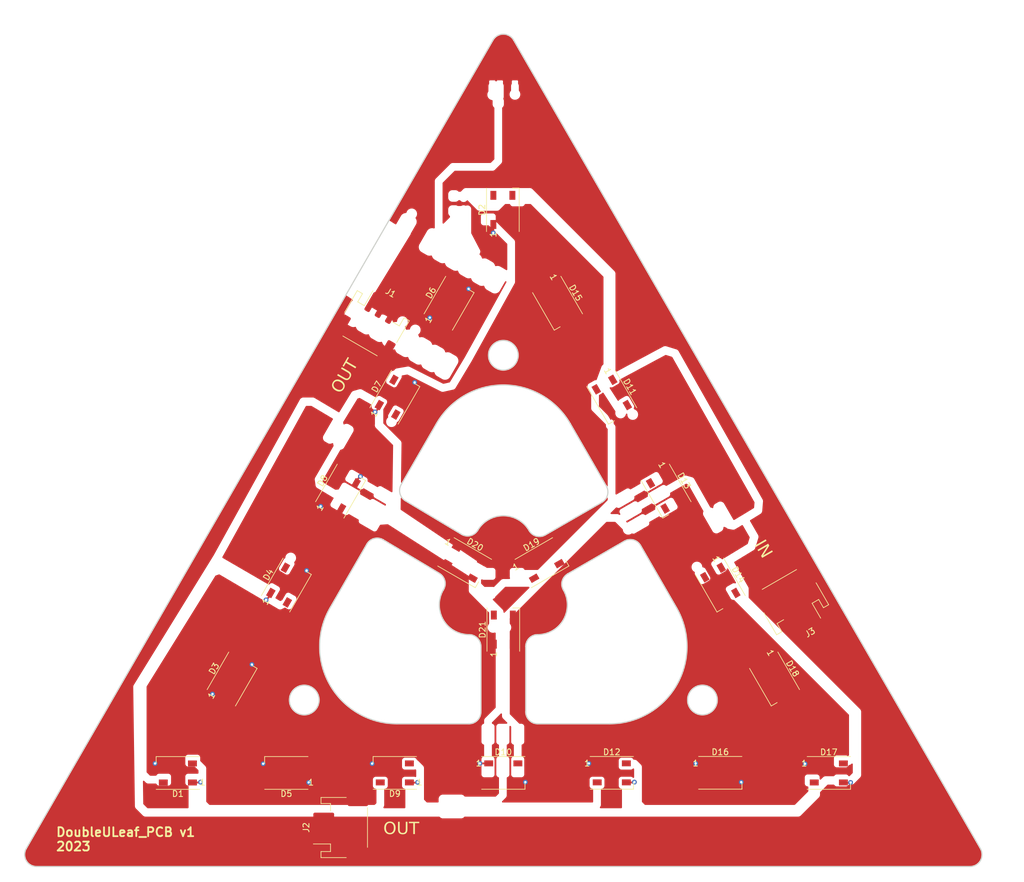
<source format=kicad_pcb>
(kicad_pcb
	(version 20240108)
	(generator "pcbnew")
	(generator_version "8.0")
	(general
		(thickness 1.6)
		(legacy_teardrops no)
	)
	(paper "A4")
	(layers
		(0 "F.Cu" signal)
		(31 "B.Cu" signal)
		(32 "B.Adhes" user "B.Adhesive")
		(33 "F.Adhes" user "F.Adhesive")
		(34 "B.Paste" user)
		(35 "F.Paste" user)
		(36 "B.SilkS" user "B.Silkscreen")
		(37 "F.SilkS" user "F.Silkscreen")
		(38 "B.Mask" user)
		(39 "F.Mask" user)
		(40 "Dwgs.User" user "User.Drawings")
		(41 "Cmts.User" user "User.Comments")
		(42 "Eco1.User" user "User.Eco1")
		(43 "Eco2.User" user "User.Eco2")
		(44 "Edge.Cuts" user)
		(45 "Margin" user)
		(46 "B.CrtYd" user "B.Courtyard")
		(47 "F.CrtYd" user "F.Courtyard")
		(48 "B.Fab" user)
		(49 "F.Fab" user)
		(50 "User.1" user)
		(51 "User.2" user)
		(52 "User.3" user)
		(53 "User.4" user)
		(54 "User.5" user)
		(55 "User.6" user)
		(56 "User.7" user)
		(57 "User.8" user)
		(58 "User.9" user)
	)
	(setup
		(stackup
			(layer "F.SilkS"
				(type "Top Silk Screen")
			)
			(layer "F.Paste"
				(type "Top Solder Paste")
			)
			(layer "F.Mask"
				(type "Top Solder Mask")
				(thickness 0.01)
			)
			(layer "F.Cu"
				(type "copper")
				(thickness 0.035)
			)
			(layer "dielectric 1"
				(type "core")
				(thickness 1.51)
				(material "FR4")
				(epsilon_r 4.5)
				(loss_tangent 0.02)
			)
			(layer "B.Cu"
				(type "copper")
				(thickness 0.035)
			)
			(layer "B.Mask"
				(type "Bottom Solder Mask")
				(thickness 0.01)
			)
			(layer "B.Paste"
				(type "Bottom Solder Paste")
			)
			(layer "B.SilkS"
				(type "Bottom Silk Screen")
			)
			(copper_finish "HAL lead-free")
			(dielectric_constraints no)
		)
		(pad_to_mask_clearance 0)
		(allow_soldermask_bridges_in_footprints no)
		(pcbplotparams
			(layerselection 0x00010fc_ffffffff)
			(plot_on_all_layers_selection 0x0000000_00000000)
			(disableapertmacros no)
			(usegerberextensions no)
			(usegerberattributes yes)
			(usegerberadvancedattributes yes)
			(creategerberjobfile yes)
			(dashed_line_dash_ratio 12.000000)
			(dashed_line_gap_ratio 3.000000)
			(svgprecision 4)
			(plotframeref no)
			(viasonmask no)
			(mode 1)
			(useauxorigin no)
			(hpglpennumber 1)
			(hpglpenspeed 20)
			(hpglpendiameter 15.000000)
			(pdf_front_fp_property_popups yes)
			(pdf_back_fp_property_popups yes)
			(dxfpolygonmode yes)
			(dxfimperialunits yes)
			(dxfusepcbnewfont yes)
			(psnegative no)
			(psa4output no)
			(plotreference yes)
			(plotvalue yes)
			(plotfptext yes)
			(plotinvisibletext no)
			(sketchpadsonfab no)
			(subtractmaskfromsilk no)
			(outputformat 1)
			(mirror no)
			(drillshape 1)
			(scaleselection 1)
			(outputdirectory "")
		)
	)
	(net 0 "")
	(net 1 "GND")
	(net 2 "DIN")
	(net 3 "+5V")
	(net 4 "Net-(D1-DOUT)")
	(net 5 "Net-(D2-DOUT)")
	(net 6 "DOUT")
	(net 7 "Net-(D5-DOUT)")
	(net 8 "Net-(D6-DOUT)")
	(net 9 "Net-(D7-DOUT)")
	(net 10 "Net-(D10-DIN)")
	(net 11 "Net-(D1-DIN)")
	(net 12 "Net-(D3-DIN)")
	(net 13 "Net-(D4-DIN)")
	(net 14 "Net-(D10-DOUT)")
	(net 15 "Net-(D11-DOUT)")
	(net 16 "Net-(D11-DIN)")
	(net 17 "Net-(D12-DOUT)")
	(net 18 "Net-(D13-DIN)")
	(net 19 "Net-(D14-DIN)")
	(net 20 "Net-(D15-DOUT)")
	(net 21 "Net-(D16-DOUT)")
	(net 22 "Net-(D17-DOUT)")
	(net 23 "Net-(D19-DOUT)")
	(net 24 "Net-(D20-DOUT)")
	(footprint "Connector_JST:JST_PH_S3B-PH-SM4-TB_1x03-1MP_P2.00mm_Horizontal" (layer "F.Cu") (at 122.8852 68.6308 -30))
	(footprint "LED_SMD:LED_WS2812B_PLCC4_5.0x5.0mm_P3.2mm" (layer "F.Cu") (at 117.358082 96.960079 60))
	(footprint "LED_SMD:LED_WS2812B_PLCC4_5.0x5.0mm_P3.2mm" (layer "F.Cu") (at 144.726905 144.349441))
	(footprint "LED_SMD:LED_WS2812B_PLCC4_5.0x5.0mm_P3.2mm" (layer "F.Cu") (at 181.224655 112.758563 -60))
	(footprint "LED_SMD:LED_WS2812B_PLCC4_5.0x5.0mm_P3.2mm" (layer "F.Cu") (at 190.349004 128.559283 -60))
	(footprint "Connector_JST:JST_PH_S3B-PH-SM4-TB_1x03-1MP_P2.00mm_Horizontal" (layer "F.Cu") (at 193.421 115.7224 -150))
	(footprint "LED_SMD:LED_WS2812B_PLCC4_5.0x5.0mm_P3.2mm" (layer "F.Cu") (at 108.234907 144.359465 180))
	(footprint "LED_SMD:LED_WS2812B_PLCC4_5.0x5.0mm_P3.2mm" (layer "F.Cu") (at 181.218904 144.339417))
	(footprint "LED_SMD:LED_WS2812B_PLCC4_5.0x5.0mm_P3.2mm" (layer "F.Cu") (at 199.479781 144.360165))
	(footprint "LED_SMD:LED_WS2812B_PLCC4_5.0x5.0mm_P3.2mm" (layer "F.Cu") (at 126.480906 144.354453 180))
	(footprint "LED_SMD:LED_WS2812B_PLCC4_5.0x5.0mm_P3.2mm" (layer "F.Cu") (at 172.103519 96.957924 -60))
	(footprint "LED_SMD:LED_WS2812B_PLCC4_5.0x5.0mm_P3.2mm" (layer "F.Cu") (at 126.481141 81.158613 60))
	(footprint "LED_SMD:LED_WS2812B_PLCC4_5.0x5.0mm_P3.2mm" (layer "F.Cu") (at 153.851607 65.356402 -60))
	(footprint "LED_SMD:LED_WS2812B_PLCC4_5.0x5.0mm_P3.2mm" (layer "F.Cu") (at 135.604199 65.357147 60))
	(footprint "LED_SMD:LED_WS2812B_PLCC4_5.0x5.0mm_P3.2mm" (layer "F.Cu") (at 89.988907 144.364477 180))
	(footprint "LED_SMD:LED_WS2812B_PLCC4_5.0x5.0mm_P3.2mm" (layer "F.Cu") (at 144.653 49.657 90))
	(footprint "LED_SMD:LED_WS2812B_PLCC4_5.0x5.0mm_P3.2mm" (layer "F.Cu") (at 151.229686 108.996032 30))
	(footprint "LED_SMD:LED_WS2812B_PLCC4_5.0x5.0mm_P3.2mm" (layer "F.Cu") (at 162.972905 144.344429))
	(footprint "LED_SMD:LED_WS2812B_PLCC4_5.0x5.0mm_P3.2mm" (layer "F.Cu") (at 144.730146 120.254627 90))
	(footprint "Connector_JST:JST_PH_S3B-PH-SM4-TB_1x03-1MP_P2.00mm_Horizontal" (layer "F.Cu") (at 117.3734 153.543 90))
	(footprint "LED_SMD:LED_WS2812B_PLCC4_5.0x5.0mm_P3.2mm" (layer "F.Cu") (at 108.235024 112.761545 60))
	(footprint "LED_SMD:LED_WS2812B_PLCC4_5.0x5.0mm_P3.2mm" (layer "F.Cu") (at 138.229686 108.996562 -30))
	(footprint "LED_SMD:LED_WS2812B_PLCC4_5.0x5.0mm_P3.2mm" (layer "F.Cu") (at 162.975956 81.157122 -60))
	(footprint "LED_SMD:LED_WS2812B_PLCC4_5.0x5.0mm_P3.2mm" (layer "F.Cu") (at 99.111966 128.563011 60))
	(gr_line
		(start 121.779239 105.854336)
		(end 115.581263 116.589545)
		(stroke
			(width 0.2)
			(type default)
		)
		(layer "Dwgs.User")
		(uuid "002d89fa-123f-4ee1-b9d6-4110ebc41ac2")
	)
	(gr_arc
		(start 148.502951 123.0895)
		(mid 149.088741 121.675304)
		(end 150.502951 121.089545)
		(stroke
			(width 0.2)
			(type default)
		)
		(layer "Dwgs.User")
		(uuid "08433fdf-157c-4197-a09e-dff364c53910")
	)
	(gr_line
		(start 142.228875 74.097004)
		(end 142.22826 74.097084)
		(stroke
			(width 0.2)
			(type default)
		)
		(layer "Dwgs.User")
		(uuid "09ed3c8c-57fd-4c62-b3af-511f4e9ef4c0")
	)
	(gr_line
		(start 165.091421 105.357486)
		(end 155.558572 110.861281)
		(stroke
			(width 0.2)
			(type default)
		)
		(layer "Dwgs.User")
		(uuid "0b2d8d79-32c0-4580-aad4-7d5dc269bbde")
	)
	(gr_arc
		(start 165.091421 105.357486)
		(mid 166.606175 105.156938)
		(end 167.820481 106.084387)
		(stroke
			(width 0.2)
			(type default)
		)
		(layer "Dwgs.User")
		(uuid "0f7f4047-f394-450e-b27e-d31d7cac5b55")
	)
	(gr_line
		(start 133.980573 110.781257)
		(end 124.525325 105.130317)
		(stroke
			(width 0.2)
			(type default)
		)
		(layer "Dwgs.User")
		(uuid "1b572a61-dcd5-47da-84f2-589d5b35c601")
	)
	(gr_arc
		(start 138.963949 121.089545)
		(mid 140.376443 121.673698)
		(end 140.963949 123.084801)
		(stroke
			(width 0.2)
			(type default)
		)
		(layer "Dwgs.User")
		(uuid "2084f111-f271-4e81-9d82-c996ddb186bb")
	)
	(gr_line
		(start 134.650321 113.560966)
		(end 134.692607 113.487725)
		(stroke
			(width 0.2)
			(type default)
		)
		(layer "Dwgs.User")
		(uuid "274e61f2-f90b-45e7-a7c4-3203732c46e6")
	)
	(gr_circle
		(center 108.234907 144.359465)
		(end 105.734907 144.359465)
		(stroke
			(width 0.2)
			(type default)
		)
		(fill none)
		(layer "Dwgs.User")
		(uuid "2a46d66c-7201-47a6-96ca-327017ace130")
	)
	(gr_line
		(start 126.8396 136.089545)
		(end 138.9639 136.089545)
		(stroke
			(width 0.2)
			(type default)
		)
		(layer "Dwgs.User")
		(uuid "2d159a10-9038-4d75-b832-543423f1eda3")
	)
	(gr_line
		(start 224.981095 157.089474)
		(end 146.456251 21.080454)
		(stroke
			(width 0.2)
			(type default)
		)
		(layer "Dwgs.User")
		(uuid "2d38b85f-82e1-4f45-852b-0ccb6afcb684")
	)
	(gr_circle
		(center 153.851607 65.356402)
		(end 151.351607 65.356402)
		(stroke
			(width 0.2)
			(type default)
		)
		(fill none)
		(layer "Dwgs.User")
		(uuid "2d69c227-da05-4502-80a6-6133fbb6ec3f")
	)
	(gr_circle
		(center 162.972905 144.344429)
		(end 160.472905 144.344429)
		(stroke
			(width 0.2)
			(type default)
		)
		(fill none)
		(layer "Dwgs.User")
		(uuid "2fc8b01e-272f-4b82-a4ef-50fd3ad5b60c")
	)
	(gr_line
		(start 143.001399 21.096477)
		(end 64.485764 157.089545)
		(stroke
			(width 0.2)
			(type default)
		)
		(layer "Dwgs.User")
		(uuid "309f1c3a-c28c-4bd7-a897-ece980d1d25d")
	)
	(gr_circle
		(center 99.111966 128.563011)
		(end 96.611966 128.563011)
		(stroke
			(width 0.2)
			(type default)
		)
		(fill none)
		(layer "Dwgs.User")
		(uuid "32b2fe96-f043-455a-89d1-ae18efa135bf")
	)
	(gr_arc
		(start 224.981095 157.089474)
		(mid 224.982319 159.087403)
		(end 223.253899 160.089545)
		(stroke
			(width 0.2)
			(type default)
		)
		(layer "Dwgs.User")
		(uuid "3727746b-066f-4077-8c57-880c735f3de1")
	)
	(gr_circle
		(center 172.100305 96.957843)
		(end 169.600305 96.957843)
		(stroke
			(width 0.2)
			(type default)
		)
		(fill none)
		(layer "Dwgs.User")
		(uuid "3c52d3b6-b2ba-417a-b02e-098bc03155e2")
	)
	(gr_line
		(start 89.988907 144.364477)
		(end 172.09608 96.945043)
		(stroke
			(width 0.2)
			(type default)
		)
		(layer "Dwgs.User")
		(uuid "3c7f00e7-987e-4a7a-a6e3-37b025af77a6")
	)
	(gr_arc
		(start 128.254783 98.577948)
		(mid 127.34587 97.367144)
		(end 127.545771 95.866408)
		(stroke
			(width 0.2)
			(type default)
		)
		(layer "Dwgs.User")
		(uuid "3ce60d30-335f-467e-8849-31c0a63d08cf")
	)
	(gr_line
		(start 66.2178 160.089545)
		(end 223.253899 160.089545)
		(stroke
			(width 0.2)
			(type default)
		)
		(layer "Dwgs.User")
		(uuid "3e61ca33-6345-4a24-955d-7ff7f2cf59a6")
	)
	(gr_arc
		(start 140.963949 134.0895)
		(mid 140.378148 135.503748)
		(end 138.9639 136.089545)
		(stroke
			(width 0.2)
			(type default)
		)
		(layer "Dwgs.User")
		(uuid "3f70812f-83b0-4965-b95d-7ab35ab98b65")
	)
	(gr_circle
		(center 135.604199 65.357147)
		(end 133.104199 65.357147)
		(stroke
			(width 0.2)
			(type default)
		)
		(fill none)
		(layer "Dwgs.User")
		(uuid "4195078b-951e-4e28-8b66-6a65e8501df9")
	)
	(gr_arc
		(start 154.833078 113.589545)
		(mid 154.632256 112.07555)
		(end 155.558572 110.861281)
		(stroke
			(width 0.2)
			(type default)
		)
		(layer "Dwgs.User")
		(uuid "46c7570c-277f-4695-92b5-cb96b20aeb24")
	)
	(gr_arc
		(start 138.963949 121.089545)
		(mid 134.625546 118.575213)
		(end 134.650321 113.560966)
		(stroke
			(width 0.2)
			(type default)
		)
		(layer "Dwgs.User")
		(uuid "4af12fd9-bd9c-4f68-9c54-874664a8be9c")
	)
	(gr_line
		(start 173.885591 116.589465)
		(end 167.820481 106.084387)
		(stroke
			(width 0.2)
			(type default)
		)
		(layer "Dwgs.User")
		(uuid "4b60ce16-3017-415f-9946-451fb2b5718a")
	)
	(gr_line
		(start 138.229686 108.996562)
		(end 144.730146 120.254627)
		(stroke
			(width 0.2)
			(type default)
		)
		(layer "Dwgs.User")
		(uuid "4cd54962-a780-4a0c-ba5f-b0507ff1f7b1")
	)
	(gr_arc
		(start 121.779239 105.854336)
		(mid 123.001482 104.920365)
		(end 124.525325 105.130317)
		(stroke
			(width 0.2)
			(type default)
		)
		(layer "Dwgs.User")
		(uuid "4e6c9726-ad33-411d-aba8-04f304aab628")
	)
	(gr_arc
		(start 133.475123 85.596471)
		(mid 144.733454 79.096473)
		(end 155.991781 85.596479)
		(stroke
			(width 0.2)
			(type default)
		)
		(layer "Dwgs.User")
		(uuid "4e78c314-8b70-455c-85f4-cfc3b3e6ba01")
	)
	(gr_line
		(start 133.475123 85.596471)
		(end 127.545771 95.866408)
		(stroke
			(width 0.2)
			(type default)
		)
		(layer "Dwgs.User")
		(uuid "5413bb7f-f628-4514-83da-12132afeebeb")
	)
	(gr_arc
		(start 126.8396 136.089545)
		(mid 115.581306 129.589553)
		(end 115.581263 116.589545)
		(stroke
			(width 0.2)
			(type default)
		)
		(layer "Dwgs.User")
		(uuid "5843f82a-20a1-4949-a4ee-233a0bad35ee")
	)
	(gr_arc
		(start 66.2178 160.089545)
		(mid 64.485783 159.089549)
		(end 64.485764 157.089545)
		(stroke
			(width 0.2)
			(type default)
		)
		(layer "Dwgs.User")
		(uuid "6154dd24-5a21-445c-b192-ce8e5626fda0")
	)
	(gr_line
		(start 151.795553 104.328569)
		(end 161.321966 98.828492)
		(stroke
			(width 0.2)
			(type default)
		)
		(layer "Dwgs.User")
		(uuid "6373a6b2-ed29-4b17-b0ec-d773283d5462")
	)
	(gr_circle
		(center 138.229686 108.996562)
		(end 135.729686 108.996562)
		(stroke
			(width 0.2)
			(type default)
		)
		(fill none)
		(layer "Dwgs.User")
		(uuid "6824aaed-1155-4802-b4d1-8ffeff936eba")
	)
	(gr_circle
		(center 117.358082 96.960079)
		(end 114.858082 96.960079)
		(stroke
			(width 0.2)
			(type default)
		)
		(fill none)
		(layer "Dwgs.User")
		(uuid "683c3eb1-126b-4b3c-8102-a0fc389f0834")
	)
	(gr_circle
		(center 190.349004 128.559283)
		(end 187.849004 128.559283)
		(stroke
			(width 0.2)
			(type default)
		)
		(fill none)
		(layer "Dwgs.User")
		(uuid "6c646e1f-d8a0-4a68-82aa-3422f9976ead")
	)
	(gr_circle
		(center 144.726905 144.349441)
		(end 142.226905 144.349441)
		(stroke
			(width 0.2)
			(type default)
		)
		(fill none)
		(layer "Dwgs.User")
		(uuid "6c9879f4-e8f2-4cb2-a56e-d4731d9978a2")
	)
	(gr_line
		(start 111.245378 132.091626)
		(end 178.220985 132.088893)
		(stroke
			(width 0.2)
			(type default)
		)
		(layer "Dwgs.User")
		(uuid "70323ec0-ed36-4cf5-a547-36001b68aa84")
	)
	(gr_line
		(start 150.503 136.089545)
		(end 162.6532 136.089545)
		(stroke
			(width 0.2)
			(type default)
		)
		(layer "Dwgs.User")
		(uuid "819e41ff-e609-491e-95bd-e99bc6ccf50b")
	)
	(gr_arc
		(start 140.456146 103.504982)
		(mid 139.227149 104.440688)
		(end 137.698084 104.221748)
		(stroke
			(width 0.2)
			(type default)
		)
		(layer "Dwgs.User")
		(uuid "869f9f4f-22a6-4d1c-90dc-6be8f6e81576")
	)
	(gr_line
		(start 144.72826 74.097084)
		(end 144.728875 74.097004)
		(stroke
			(width 0.2)
			(type default)
		)
		(layer "Dwgs.User")
		(uuid "8e8975b4-4b6a-43a7-ad89-1bfa6478f78d")
	)
	(gr_circle
		(center 151.229686 108.996032)
		(end 148.729686 108.996032)
		(stroke
			(width 0.2)
			(type default)
		)
		(fill none)
		(layer "Dwgs.User")
		(uuid "92f7f42b-c319-4b66-9311-a84183a1350f")
	)
	(gr_arc
		(start 133.980573 110.781257)
		(mid 134.888728 111.989224)
		(end 134.692607 113.487725)
		(stroke
			(width 0.2)
			(type default)
		)
		(layer "Dwgs.User")
		(uuid "97285ea1-a609-45eb-ab5c-151e423d1f22")
	)
	(gr_line
		(start 144.727257 49.555682)
		(end 89.988816 144.364634)
		(stroke
			(width 0.2)
			(type default)
		)
		(layer "Dwgs.User")
		(uuid "979a881c-ef8e-4c8f-a06c-c1a1383dd198")
	)
	(gr_circle
		(center 111.245378 132.091626)
		(end 108.745378 132.091626)
		(stroke
			(width 0.2)
			(type default)
		)
		(fill none)
		(layer "Dwgs.User")
		(uuid "98dda97b-8da4-42a6-b05a-95777e684aba")
	)
	(gr_circle
		(center 144.727257 49.555682)
		(end 142.227257 49.555682)
		(stroke
			(width 0.2)
			(type default)
		)
		(fill none)
		(layer "Dwgs.User")
		(uuid "9c64aa19-8bfa-435a-8739-9ac4f526929b")
	)
	(gr_circle
		(center 162.975956 81.157122)
		(end 160.475956 81.157122)
		(stroke
			(width 0.2)
			(type default)
		)
		(fill none)
		(layer "Dwgs.User")
		(uuid "a023f5ea-13fb-43f0-a6fd-259edfe83cb2")
	)
	(gr_arc
		(start 154.833078 113.589545)
		(mid 154.833055 118.589495)
		(end 150.502951 121.089545)
		(stroke
			(width 0.2)
			(type default)
		)
		(layer "Dwgs.User")
		(uuid "a5bd7684-35dc-4492-a560-6ddd1812fdfd")
	)
	(gr_arc
		(start 140.403299 103.596518)
		(mid 144.733426 101.096478)
		(end 149.063577 103.596476)
		(stroke
			(width 0.2)
			(type default)
		)
		(layer "Dwgs.User")
		(uuid "a75ed1ac-e2bc-4a69-80b1-806f80b2475b")
	)
	(gr_line
		(start 140.963949 134.0895)
		(end 140.963949 123.084801)
		(stroke
			(width 0.2)
			(type default)
		)
		(layer "Dwgs.User")
		(uuid "b0150936-b49c-4aa1-acf0-f0e68adec7d6")
	)
	(gr_circle
		(center 199.479781 144.360165)
		(end 196.979781 144.360165)
		(stroke
			(width 0.2)
			(type default)
		)
		(fill none)
		(layer "Dwgs.User")
		(uuid "b47c1eaa-0eb6-48ed-a32c-8dc6e6bc2cd5")
	)
	(gr_arc
		(start 162.053992 96.096534)
		(mid 162.253786 97.614121)
		(end 161.321966 98.828492)
		(stroke
			(width 0.2)
			(type default)
		)
		(layer "Dwgs.User")
		(uuid "b54fc784-ce4f-4c8a-b317-5ab10c2a8d5b")
	)
	(gr_line
		(start 144.728875 74.097004)
		(end 111.245378 132.091626)
		(stroke
			(width 0.2)
			(type default)
		)
		(layer "Dwgs.User")
		(uuid "b6cc5db7-bf2d-479f-ba56-54587895d1cb")
	)
	(gr_arc
		(start 151.795553 104.328569)
		(mid 150.277941 104.528348)
		(end 149.063577 103.596476)
		(stroke
			(width 0.2)
			(type default)
		)
		(layer "Dwgs.User")
		(uuid "b935f384-57e5-4028-8b46-cab4ac52ab05")
	)
	(gr_line
		(start 172.09608 96.945043)
		(end 172.100305 96.957843)
		(stroke
			(width 0.2)
			(type default)
		)
		(layer "Dwgs.User")
		(uuid "c1be674f-d10d-426e-8512-66b65b24d9df")
	)
	(gr_circle
		(center 108.235024 112.761545)
		(end 105.735024 112.761545)
		(stroke
			(width 0.2)
			(type default)
		)
		(fill none)
		(layer "Dwgs.User")
		(uuid "c254d688-acc4-4c11-9ecd-16c127037812")
	)
	(gr_line
		(start 151.229686 108.996032)
		(end 138.229686 108.996562)
		(stroke
			(width 0.2)
			(type default)
		)
		(layer "Dwgs.User")
		(uuid "c34f2c06-916d-4de6-b505-dd234154ce52")
	)
	(gr_arc
		(start 173.885591 116.589465)
		(mid 173.892085 129.578273)
		(end 162.6532 136.089545)
		(stroke
			(width 0.2)
			(type default)
		)
		(layer "Dwgs.User")
		(uuid "c4571df4-84bc-4066-8b52-d53a61d2b7ef")
	)
	(gr_line
		(start 140.456146 103.504982)
		(end 140.403299 103.596518)
		(stroke
			(width 0.2)
			(type default)
		)
		(layer "Dwgs.User")
		(uuid "c5bec15e-604c-49df-b5d0-2d8ee4c675d9")
	)
	(gr_line
		(start 178.220985 132.088893)
		(end 144.728875 74.097004)
		(stroke
			(width 0.2)
			(type default)
		)
		(layer "Dwgs.User")
		(uuid "c6c47583-78ec-4a35-af51-8e24ff400f73")
	)
	(gr_arc
		(start 143.001399 21.096477)
		(mid 144.724224 20.096517)
		(end 146.456251 21.080454)
		(stroke
			(width 0.2)
			(type default)
		)
		(layer "Dwgs.User")
		(uuid "c7b9fa3a-4d29-4ccd-af9b-7955b9cea7ca")
	)
	(gr_line
		(start 128.254783 98.577948)
		(end 137.698084 104.221748)
		(stroke
			(width 0.2)
			(type default)
		)
		(layer "Dwgs.User")
		(uuid "ca269643-465f-4f32-9cf0-00cfc6389431")
	)
	(gr_circle
		(center 144.72826 74.097084)
		(end 142.22826 74.097084)
		(stroke
			(width 0.2)
			(type default)
		)
		(fill none)
		(layer "Dwgs.User")
		(uuid "ca712f7d-aea7-4c02-b268-637ea1872aed")
	)
	(gr_line
		(start 162.053992 96.096534)
		(end 155.991781 85.596479)
		(stroke
			(width 0.2)
			(type default)
		)
		(layer "Dwgs.User")
		(uuid "d2ddf805-41db-4914-b3f9-c48104ecd12a")
	)
	(gr_circle
		(center 126.480906 144.354453)
		(end 123.980906 144.354453)
		(stroke
			(width 0.2)
			(type default)
		)
		(fill none)
		(layer "Dwgs.User")
		(uuid "d3fe42c5-833a-4d4d-8bc2-06f274766848")
	)
	(gr_circle
		(center 178.220985 132.088893)
		(end 175.720985 132.088893)
		(stroke
			(width 0.2)
			(type default)
		)
		(fill none)
		(layer "Dwgs.User")
		(uuid "d70b8a61-8f79-4296-9722-0e897fbfa066")
	)
	(gr_line
		(start 144.727257 49.555682)
		(end 144.73145 152.174599)
		(stroke
			(width 0.2)
			(type default)
		)
		(layer "Dwgs.User")
		(uuid "db4fc78f-7855-4da7-ae94-701e6919e6af")
	)
	(gr_line
		(start 199.479781 144.360165)
		(end 144.727257 49.555682)
		(stroke
			(width 0.2)
			(type default)
		)
		(layer "Dwgs.User")
		(uuid "dde33251-2d10-46bc-b5b3-275bf0fec171")
	)
	(gr_line
		(start 89.988816 144.364634)
		(end 199.479781 144.360165)
		(stroke
			(width 0.2)
			(type default)
		)
		(layer "Dwgs.User")
		(uuid "de71d6ef-c74d-44e5-bf8d-95997e61a799")
	)
	(gr_line
		(start 144.730146 120.254627)
		(end 151.229686 108.996032)
		(stroke
			(width 0.2)
			(type default)
		)
		(layer "Dwgs.User")
		(uuid "e469ed78-83b5-4d3c-97fe-efde6cf17e64")
	)
	(gr_circle
		(center 181.224655 112.758563)
		(end 178.724655 112.758563)
		(stroke
			(width 0.2)
			(type default)
		)
		(fill none)
		(layer "Dwgs.User")
		(uuid "eb7f4fe9-c703-4f46-aa8d-14b0b4bee707")
	)
	(gr_circle
		(center 144.728875 74.097004)
		(end 142.228875 74.097004)
		(stroke
			(width 0.2)
			(type default)
		)
		(fill none)
		(layer "Dwgs.User")
		(uuid "ecbcc769-6a96-48a4-938c-9ecf1e44aeb8")
	)
	(gr_circle
		(center 126.481141 81.158613)
		(end 123.981141 81.158613)
		(stroke
			(width 0.2)
			(type default)
		)
		(fill none)
		(layer "Dwgs.User")
		(uuid "ecbe17e6-df38-409b-a1a8-100a449da8d2")
	)
	(gr_circle
		(center 89.988907 144.364477)
		(end 87.488907 144.364477)
		(stroke
			(width 0.2)
			(type default)
		)
		(fill none)
		(layer "Dwgs.User")
		(uuid "f0747321-1822-4447-a9ce-7fc8172443b7")
	)
	(gr_line
		(start 148.502955 134.0895)
		(end 148.502951 134.0895)
		(stroke
			(width 0.2)
			(type default)
		)
		(layer "Dwgs.User")
		(uuid "f84bad65-d022-4cf0-8e7a-44f3f3188bc5")
	)
	(gr_circle
		(center 144.730146 120.254627)
		(end 142.230146 120.254627)
		(stroke
			(width 0.2)
			(type default)
		)
		(fill none)
		(layer "Dwgs.User")
		(uuid "f881d686-316c-48c2-92f6-ec721d4c38be")
	)
	(gr_circle
		(center 181.218904 144.339417)
		(end 178.718904 144.339417)
		(stroke
			(width 0.2)
			(type default)
		)
		(fill none)
		(layer "Dwgs.User")
		(uuid "f9749eb0-c0eb-452f-99e0-308762044303")
	)
	(gr_arc
		(start 150.503 136.089545)
		(mid 149.088755 135.503745)
		(end 148.502955 134.0895)
		(stroke
			(width 0.2)
			(type default)
		)
		(layer "Dwgs.User")
		(uuid "fd7d117b-5dac-4ff3-a942-e8d71647538e")
	)
	(gr_line
		(start 148.502951 123.0895)
		(end 148.502951 134.0895)
		(stroke
			(width 0.2)
			(type default)
		)
		(layer "Dwgs.User")
		(uuid "ff11d3f3-eb5b-4e55-9ba9-94351dadea49")
	)
	(gr_arc
		(start 138.962736 121.094358)
		(mid 140.37695 121.680144)
		(end 140.962736 123.094358)
		(stroke
			(width 0.2)
			(type solid)
		)
		(layer "Edge.Cuts")
		(uuid "10b28d6c-1eba-4bcc-bd22-25b9d64c48ac")
	)
	(gr_line
		(start 148.501738 123.094358)
		(end 148.501738 134.094358)
		(stroke
			(width 0.2)
			(type solid)
		)
		(layer "Edge.Cuts")
		(uuid "115f64c7-d83e-4812-a97f-4f3226f3a93e")
	)
	(gr_arc
		(start 154.831865 113.594358)
		(mid 154.831865 118.594358)
		(end 150.501738 121.094358)
		(stroke
			(width 0.2)
			(type solid)
		)
		(layer "Edge.Cuts")
		(uuid "1e8dd26f-19b4-422e-9d50-859d02df45b2")
	)
	(gr_line
		(start 162.052745 96.101289)
		(end 155.990567 85.601289)
		(stroke
			(width 0.2)
			(type solid)
		)
		(layer "Edge.Cuts")
		(uuid "1efbecc5-460d-4c91-82eb-178e93140744")
	)
	(gr_line
		(start 155.563916 110.862307)
		(end 165.090195 105.362307)
		(stroke
			(width 0.2)
			(type solid)
		)
		(layer "Edge.Cuts")
		(uuid "2047e222-dcfc-4057-8962-c428944dacc9")
	)
	(gr_arc
		(start 140.962736 134.094358)
		(mid 140.376949 135.508571)
		(end 138.962736 136.094358)
		(stroke
			(width 0.2)
			(type solid)
		)
		(layer "Edge.Cuts")
		(uuid "2311ea83-6b7c-47da-a397-80b13a1b7eee")
	)
	(gr_arc
		(start 165.090195 105.362307)
		(mid 166.607833 105.162506)
		(end 167.822246 106.094358)
		(stroke
			(width 0.2)
			(type solid)
		)
		(layer "Edge.Cuts")
		(uuid "31f4d7f0-0faa-4ce1-a69d-d50b735c9ab4")
	)
	(gr_arc
		(start 121.778065 105.859081)
		(mid 123.00707 104.923379)
		(end 124.53614 105.142319)
		(stroke
			(width 0.2)
			(type solid)
		)
		(layer "Edge.Cuts")
		(uuid "3961d64d-dfe0-4c3c-88b0-fcd15139b241")
	)
	(gr_arc
		(start 151.794415 104.333339)
		(mid 150.276777 104.53314)
		(end 149.062364 103.601289)
		(stroke
			(width 0.2)
			(type solid)
		)
		(layer "Edge.Cuts")
		(uuid "47f92e56-f3ea-418a-886d-9509dadc86bf")
	)
	(gr_arc
		(start 138.962736 121.094358)
		(mid 134.632609 118.594358)
		(end 134.632609 113.594358)
		(stroke
			(width 0.2)
			(type solid)
		)
		(layer "Edge.Cuts")
		(uuid "4a448f56-1d49-4f70-800b-5c6cadabd407")
	)
	(gr_line
		(start 133.979408 110.786099)
		(end 124.53614 105.142319)
		(stroke
			(width 0.2)
			(type solid)
		)
		(layer "Edge.Cuts")
		(uuid "4a92ab0d-503a-4005-be4f-10c6dcf87542")
	)
	(gr_arc
		(start 126.83838 136.094358)
		(mid 115.58005 129.594358)
		(end 115.58005 116.594358)
		(stroke
			(width 0.2)
			(type solid)
		)
		(layer "Edge.Cuts")
		(uuid "4d923028-d86e-4d4d-81b4-f3e51cd2d16b")
	)
	(gr_line
		(start 126.83838 136.094358)
		(end 138.962736 136.094358)
		(stroke
			(width 0.2)
			(type solid)
		)
		(layer "Edge.Cuts")
		(uuid "51d92f11-6294-4bf6-88d9-59bae295c3c1")
	)
	(gr_arc
		(start 66.216602 160.094358)
		(mid 64.484551 159.094358)
		(end 64.484551 157.094358)
		(stroke
			(width 0.2)
			(type solid)
		)
		(layer "Edge.Cuts")
		(uuid "54abe8c8-bb0f-413e-b40b-c43ea6be9f86")
	)
	(gr_arc
		(start 140.40211 103.601289)
		(mid 144.732237 101.101289)
		(end 149.062364 103.601289)
		(stroke
			(width 0.2)
			(type solid)
		)
		(layer "Edge.Cuts")
		(uuid "54f24ad9-dea2-46ec-97d3-4d8781757197")
	)
	(gr_arc
		(start 140.454935 103.509792)
		(mid 139.225931 104.445495)
		(end 137.69686 104.226554)
		(stroke
			(width 0.2)
			(type solid)
		)
		(layer "Edge.Cuts")
		(uuid "5adfbd26-8de1-4e7f-98aa-dd3c1c810fd2")
	)
	(gr_line
		(start 121.778065 105.859081)
		(end 115.58005 116.594358)
		(stroke
			(width 0.2)
			(type solid)
		)
		(layer "Edge.Cuts")
		(uuid "66a080e4-2ea4-439c-98e5-7575ecd1c7ea")
	)
	(gr_line
		(start 140.962736 123.094358)
		(end 140.962736 134.094358)
		(stroke
			(width 0.2)
			(type solid)
		)
		(layer "Edge.Cuts")
		(uuid "6ae7ea5a-621b-4c24-9266-f6f2cc61a864")
	)
	(gr_line
		(start 150.501738 136.094358)
		(end 162.626094 136.094358)
		(stroke
			(width 0.2)
			(type solid)
		)
		(layer "Edge.Cuts")
		(uuid "6f1d86cd-b267-4920-880f-258a3223db53")
	)
	(gr_arc
		(start 128.253592 98.582774)
		(mid 127.343914 97.369058)
		(end 127.547566 95.866012)
		(stroke
			(width 0.2)
			(type solid)
		)
		(layer "Edge.Cuts")
		(uuid "77bae7b5-6950-4e7f-9162-b8cf9eeeafda")
	)
	(gr_circle
		(center 178.219772 132.093706)
		(end 180.719772 132.093706)
		(stroke
			(width 0.2)
			(type solid)
		)
		(fill none)
		(layer "Edge.Cuts")
		(uuid "7964b94a-4f42-47d8-9acd-71659cd10cfb")
	)
	(gr_line
		(start 173.884424 116.594358)
		(end 167.822246 106.094358)
		(stroke
			(width 0.2)
			(type solid)
		)
		(layer "Edge.Cuts")
		(uuid "7e350e0b-f3d0-4aeb-8525-a3bcdada6df9")
	)
	(gr_arc
		(start 162.052745 96.101289)
		(mid 162.252546 97.618927)
		(end 161.320694 98.833339)
		(stroke
			(width 0.2)
			(type solid)
		)
		(layer "Edge.Cuts")
		(uuid "84651f9a-feaa-4c99-8fb1-712c4edc4080")
	)
	(gr_arc
		(start 143.000186 21.101289)
		(mid 144.732237 20.101289)
		(end 146.464288 21.101289)
		(stroke
			(width 0.2)
			(type solid)
		)
		(layer "Edge.Cuts")
		(uuid "89d81046-90c2-41ce-a6fc-86b51c9f57b0")
	)
	(gr_arc
		(start 224.979923 157.094358)
		(mid 224.979923 159.094358)
		(end 223.247872 160.094358)
		(stroke
			(width 0.2)
			(type solid)
		)
		(layer "Edge.Cuts")
		(uuid "92ed92ae-658c-482a-bb1b-4d3db2ed91e5")
	)
	(gr_arc
		(start 150.501738 136.094358)
		(mid 149.087524 135.508572)
		(end 148.501738 134.094358)
		(stroke
			(width 0.2)
			(type solid)
		)
		(layer "Edge.Cuts")
		(uuid "9bc94a59-6dfb-4591-bc73-b308d34722d8")
	)
	(gr_line
		(start 151.794415 104.333339)
		(end 161.320694 98.833339)
		(stroke
			(width 0.2)
			(type solid)
		)
		(layer "Edge.Cuts")
		(uuid "9c5c8175-0dc1-4ea9-a6e8-306ef983405a")
	)
	(gr_line
		(start 223.247872 160.094358)
		(end 66.216602 160.094358)
		(stroke
			(width 0.2)
			(type solid)
		)
		(layer "Edge.Cuts")
		(uuid "9db83b9b-5d18-424a-a7e7-5f163be8ea97")
	)
	(gr_arc
		(start 154.831865 113.594358)
		(mid 154.632064 112.07672)
		(end 155.563916 110.862307)
		(stroke
			(width 0.2)
			(type solid)
		)
		(layer "Edge.Cuts")
		(uuid "a4751602-28b9-41a7-ae8a-c7cf100dcd92")
	)
	(gr_arc
		(start 133.979408 110.786099)
		(mid 134.889086 111.999815)
		(end 134.685434 113.502861)
		(stroke
			(width 0.2)
			(type solid)
		)
		(layer "Edge.Cuts")
		(uuid "a84a01ed-11bf-43c1-abbe-146e5248b55e")
	)
	(gr_circle
		(center 111.244165 132.096439)
		(end 113.744165 132.096439)
		(stroke
			(width 0.2)
			(type solid)
		)
		(fill none)
		(layer "Edge.Cuts")
		(uuid "aa55b686-07fe-4146-b2cf-d36dcd8c6f1f")
	)
	(gr_line
		(start 64.484551 157.094358)
		(end 143.000186 21.101289)
		(stroke
			(width 0.2)
			(type solid)
		)
		(layer "Edge.Cuts")
		(uuid "b9e6ae9f-9b95-4f8a-9c1f-24de2d532c5b")
	)
	(gr_line
		(start 134.685434 113.502861)
		(end 134.632609 113.594358)
		(stroke
			(width 0.2)
			(type solid)
		)
		(layer "Edge.Cuts")
		(uuid "c2b1861b-12eb-4b47-a516-5701cdb9b390")
	)
	(gr_arc
		(start 133.473907 85.601289)
		(mid 144.732237 79.101289)
		(end 155.990567 85.601289)
		(stroke
			(width 0.2)
			(type solid)
		)
		(layer "Edge.Cuts")
		(uuid "cef46533-33ec-44fb-93ff-87d67f12e0fe")
	)
	(gr_arc
		(start 173.884424 116.594358)
		(mid 173.884424 129.594358)
		(end 162.626094 136.094358)
		(stroke
			(width 0.2)
			(type solid)
		)
		(layer "Edge.Cuts")
		(uuid "d1f42f86-3bff-4b31-abb5-000dcc8eaa2a")
	)
	(gr_line
		(start 140.40211 103.601289)
		(end 140.454935 103.509792)
		(stroke
			(width 0.2)
			(type solid)
		)
		(layer "Edge.Cuts")
		(uuid "da5c98e6-1890-4bbc-a1bc-a600baadd9d5")
	)
	(gr_line
		(start 133.473907 85.601289)
		(end 127.547566 95.866012)
		(stroke
			(width 0.2)
			(type solid)
		)
		(layer "Edge.Cuts")
		(uuid "e0abc320-e434-4c53-94cc-ae82b91571ae")
	)
	(gr_line
		(start 146.464288 21.101289)
		(end 224.979923 157.094358)
		(stroke
			(width 0.2)
			(type solid)
		)
		(layer "Edge.Cuts")
		(uuid "e24e5d41-c0d9-46e6-b94e-0a3bd63dee2b")
	)
	(gr_circle
		(center 144.727662 74.101817)
		(end 147.227662 74.101817)
		(stroke
			(width 0.2)
			(type solid)
		)
		(fill none)
		(layer "Edge.Cuts")
		(uuid "f55ffbd3-fc48-4d00-bd85-8bac7d0b7518")
	)
	(gr_line
		(start 128.253592 98.582774)
		(end 137.69686 104.226554)
		(stroke
			(width 0.2)
			(type solid)
		)
		(layer "Edge.Cuts")
		(uuid "f6053137-ee67-4580-944e-ec4441324469")
	)
	(gr_arc
		(start 148.501738 123.094358)
		(mid 149.087524 121.680144)
		(end 150.501738 121.094358)
		(stroke
			(width 0.2)
			(type solid)
		)
		(layer "Edge.Cuts")
		(uuid "fd21232c-45d7-4595-b7ab-4ce868530281")
	)
	(gr_text "IN"
		(at 187.37 107.32 300)
		(layer "F.SilkS")
		(uuid "345e8767-e468-4cae-8de6-3b7e9667eaf1")
		(effects
			(font
				(face "Arial")
				(size 2.032 2.032)
				(thickness 0.15)
			)
			(justify bottom)
		)
		(render_cache "IN" 300
			(polygon
				(pts
					(xy 187.091713 106.147113) (xy 188.879721 105.114806) (xy 189.015211 105.349482) (xy 187.227203 106.381789)
				)
			)
			(polygon
				(pts
					(xy 187.46245 106.789248) (xy 189.250458 105.756941) (xy 189.389174 105.997205) (xy 188.554716 107.72027)
					(xy 189.926669 106.928173) (xy 190.056452 107.152963) (xy 188.268444 108.18527) (xy 188.129727 107.945007)
					(xy 188.964185 106.221942) (xy 187.592233 107.014039)
				)
			)
		)
	)
	(gr_text "OUT"
		(at 119.14 78.23 60)
		(layer "F.SilkS")
		(uuid "65bb55ce-d3aa-409c-958f-0d0e515c824a")
		(effects
			(font
				(face "Arial")
				(size 2.032 2.032)
				(thickness 0.15)
			)
			(justify bottom)
		)
		(render_cache "OUT" 60
			(polygon
				(pts
					(xy 116.959465 78.154476) (xy 117.060761 78.166023) (xy 117.161842 78.187156) (xy 117.262706 78.217876)
					(xy 117.363355 78.258182) (xy 117.463788 78.308074) (xy 117.497218 78.326835) (xy 117.594558 78.388132)
					(xy 117.683496 78.454772) (xy 117.764029 78.526755) (xy 117.836159 78.60408) (xy 117.899886 78.686748)
					(xy 117.919261 78.715491) (xy 117.970332 78.803619) (xy 118.016035 78.909219) (xy 118.04679 79.017815)
					(xy 118.062597 79.129408) (xy 118.064735 79.210952) (xy 118.056367 79.324458) (xy 118.035735 79.434887)
					(xy 118.00284 79.542239) (xy 117.95768 79.646514) (xy 117.926368 79.704718) (xy 117.869021 79.794205)
					(xy 117.805297 79.875055) (xy 117.735198 79.947267) (xy 117.658722 80.010842) (xy 117.575871 80.065779)
					(xy 117.546836 80.082171) (xy 117.442285 80.130579) (xy 117.334508 80.165004) (xy 117.223506 80.185445)
					(xy 117.109279 80.191904) (xy 117.042559 80.189317) (xy 116.942978 80.177787) (xy 116.829829 80.154064)
					(xy 116.719939 80.11928) (xy 116.628343 80.080661) (xy 116.539142 80.033916) (xy 116.433403 79.967934)
					(xy 116.337967 79.898032) (xy 116.252836 79.824212) (xy 116.178007 79.746473) (xy 116.113483 79.664815)
					(xy 116.059262 79.579238) (xy 116.015344 79.489742) (xy 115.98173 79.396327) (xy 115.954163 79.277078)
					(xy 115.942729 79.158189) (xy 115.942882 79.154328) (xy 116.205906 79.154328) (xy 116.217691 79.256402)
					(xy 116.224867 79.290851) (xy 116.260462 79.392616) (xy 116.31914 79.490904) (xy 116.385669 79.570155)
					(xy 116.468227 79.646992) (xy 116.566814 79.721414) (xy 116.657224 79.779214) (xy 116.68143 79.793422)
					(xy 116.778667 79.843951) (xy 116.874278 79.882321) (xy 116.986865 79.912314) (xy 117.09711 79.924797)
					(xy 117.205014 79.919769) (xy 117.275649 79.90669) (xy 117.376084 79.874409) (xy 117.467369 79.828666)
					(xy 117.549502 79.769459) (xy 117.622485 79.69679) (xy 117.686317 79.610657) (xy 117.705561 79.578954)
					(xy 117.754575 79.479263) (xy 117.786972 79.378763) (xy 117.802751 79.277452) (xy 117.801913 79.175332)
					(xy 117.784457 79.072401) (xy 117.774946 79.037911) (xy 117.734645 78.93713) (xy 117.676672 78.842183)
					(xy 117.601025 78.75307) (xy 117.524487 78.683265) (xy 117.435675 78.617511) (xy 117.35579 78.567826)
					(xy 117.26347 78.519187) (xy 117.159364 78.475826) (xy 117.056755 78.445507) (xy 116.955642 78.42823)
					(xy 116.943108 78.426987) (xy 116.83295 78.425351) (xy 116.727877 78.440975) (xy 116.627889 78.473859)
					(xy 116.574537 78.499587) (xy 116.485026 78.557221) (xy 116.406216 78.628197) (xy 116.338108 78.712514)
					(xy 116.304895 78.765122) (xy 116.258229 78.85956) (xy 116.226175 78.955907) (xy 116.208734 79.054163)
					(xy 116.205906 79.154328) (xy 115.942882 79.154328) (xy 115.947429 79.03966) (xy 115.968263 78.921492)
					(xy 116.00523 78.803684) (xy 116.04642 78.709697) (xy 116.084088 78.639358) (xy 116.140378 78.551423)
					(xy 116.202977 78.471684) (xy 116.271884 78.40014) (xy 116.36025 78.327031) (xy 116.457203 78.265077)
					(xy 116.560421 78.215594) (xy 116.667364 78.180273) (xy 116.778032 78.159114) (xy 116.892425 78.152116)
				)
			)
			(polygon
				(pts
					(xy 117.439947 76.354469) (xy 117.575437 76.119793) (xy 118.60698 76.715354) (xy 118.70275 76.773488)
					(xy 118.788262 76.83138) (xy 118.875062 76.898618) (xy 118.957166 76.97506) (xy 118.999222 77.022619)
					(xy 119.059537 77.112863) (xy 119.101625 77.213163) (xy 119.123735 77.310762) (xy 119.130866 77.389175)
					(xy 119.1252 77.499303) (xy 119.10421 77.599923) (xy 119.068256 77.704518) (xy 119.025528 77.797334)
					(xy 118.990934 77.860835) (xy 118.935849 77.94923) (xy 118.868537 78.039905) (xy 118.797945 78.117168)
					(xy 118.71325 78.189046) (xy 118.669296 78.218416) (xy 118.578862 78.264129) (xy 118.47335 78.295396)
					(xy 118.363843 78.305317) (xy 118.288619 78.300072) (xy 118.182201 78.277995) (xy 118.080783 78.244659)
					(xy 117.987688 78.205671) (xy 117.888899 78.157071) (xy 117.802228 78.109227) (xy 116.770684 77.513665)
					(xy 116.905927 77.279419) (xy 117.931452 77.871507) (xy 118.028174 77.924607) (xy 118.127366 77.972026)
					(xy 118.224492 78.008457) (xy 118.297966 78.025806) (xy 118.404737 78.027362) (xy 118.506621 77.999047)
					(xy 118.551997 77.975904) (xy 118.637171 77.911851) (xy 118.707274 77.8331) (xy 118.758961 77.754412)
					(xy 118.807837 77.660229) (xy 118.846802 77.557545) (xy 118.86752 77.449679) (xy 118.860468 77.340429)
					(xy 118.854536 77.31789) (xy 118.809879 77.227923) (xy 118.742034 77.147634) (xy 118.662508 77.077651)
					(xy 118.581167 77.01851) (xy 118.486125 76.958623) (xy 118.465473 76.946556)
				)
			)
			(polygon
				(pts
					(xy 119.843121 76.321278) (xy 118.275175 75.416024) (xy 117.938186 75.999705) (xy 117.718124 75.872652)
					(xy 118.52908 74.468034) (xy 118.749143 74.595087) (xy 118.410665 75.181348) (xy 119.978611 76.086602)
				)
			)
		)
	)
	(gr_text "OUT"
		(at 127.56 154.99 0)
		(layer "F.SilkS")
		(uuid "9b99eb8c-12ca-4c63-8377-bb57c03509f5")
		(effects
			(font
				(face "Arial")
				(size 2.032 2.032)
				(thickness 0.15)
			)
			(justify bottom)
		)
		(render_cache "OUT" 0
			(polygon
				(pts
					(xy 125.781828 152.552963) (xy 125.882183 152.567305) (xy 125.978596 152.591209) (xy 126.086093 152.631182)
					(xy 126.188223 152.684169) (xy 126.282685 152.748816) (xy 126.366746 152.823771) (xy 126.440405 152.909033)
					(xy 126.503661 153.004601) (xy 126.535138 153.063839) (xy 126.575786 153.157338) (xy 126.608024 153.255443)
					(xy 126.631852 153.358154) (xy 126.647271 153.465471) (xy 126.654279 153.577395) (xy 126.654746 153.615727)
					(xy 126.650332 153.730675) (xy 126.637089 153.841016) (xy 126.615017 153.946752) (xy 126.584116 154.047881)
					(xy 126.544387 154.144404) (xy 126.529182 154.175555) (xy 126.478396 154.263848) (xy 126.409796 154.356227)
					(xy 126.331127 154.43716) (xy 126.242388 154.506645) (xy 126.172838 154.54927) (xy 126.070355 154.598776)
					(xy 125.964405 154.636122) (xy 125.854987 154.66131) (xy 125.742102 154.674338) (xy 125.67604 154.676323)
					(xy 125.569868 154.671402) (xy 125.467989 154.656641) (xy 125.370401 154.63204) (xy 125.277106 154.597597)
					(xy 125.188104 154.553314) (xy 125.15939 154.536366) (xy 125.065192 154.470025) (xy 124.981491 154.3939)
					(xy 124.908287 154.307991) (xy 124.84558 154.212296) (xy 124.81446 154.153221) (xy 124.774656 154.061217)
					(xy 124.738625 153.951365) (xy 124.713804 153.838806) (xy 124.701451 153.740172) (xy 124.697455 153.642527)
					(xy 124.976751 153.642527) (xy 124.98161 153.752002) (xy 124.996186 153.853988) (xy 125.026505 153.966488)
					(xy 125.070818 154.068204) (xy 125.129123 154.159138) (xy 125.175768 154.21377) (xy 125.253941 154.284609)
					(xy 125.339198 154.340792) (xy 125.43154 154.382318) (xy 125.530965 154.409189) (xy 125.637474 154.421402)
					(xy 125.674551 154.422216) (xy 125.785393 154.414818) (xy 125.888627 154.392624) (xy 125.984255 154.355635)
					(xy 126.072274 154.303849) (xy 126.152687 154.237267) (xy 126.177801 154.211785) (xy 126.244929 154.126493)
					(xy 126.298169 154.028812) (xy 126.33752 153.918744) (xy 126.359704 153.817557) (xy 126.372242 153.707767)
					(xy 126.375329 153.613741) (xy 126.371291 153.509471) (xy 126.35679 153.397632) (xy 126.331742 153.29361)
					(xy 126.296148 153.197405) (xy 126.290957 153.185929) (xy 126.237296 153.089712) (xy 126.171228 153.006528)
					(xy 126.092756 152.936378) (xy 126.043799 152.903038) (xy 125.94913 152.854336) (xy 125.848258 152.821572)
					(xy 125.741184 152.804748) (xy 125.679018 152.802288) (xy 125.573899 152.809093) (xy 125.474433 152.829507)
					(xy 125.38062 152.863531) (xy 125.292461 152.911165) (xy 125.209955 152.972407) (xy 125.183709 152.995846)
					(xy 125.113375 153.077555) (xy 125.057594 153.177516) (xy 125.022225 153.274757) (xy 124.996962 153.384673)
					(xy 124.981804 153.507263) (xy 124.976953 153.61446) (xy 124.976751 153.642527) (xy 124.697455 153.642527)
					(xy 124.697333 153.639549) (xy 124.701606 153.514985) (xy 124.714425 153.397385) (xy 124.735789 153.286748)
					(xy 124.765699 153.183076) (xy 124.804154 153.086367) (xy 124.851156 152.996622) (xy 124.906703 152.91384)
					(xy 124.970795 152.838022) (xy 125.060285 152.754523) (xy 125.157529 152.685177) (xy 125.262528 152.629983)
					(xy 125.375281 152.588941) (xy 125.495789 152.562051) (xy 125.597779 152.55073) (xy 125.677529 152.548182)
				)
			)
			(polygon
				(pts
					(xy 128.33423 152.579945) (xy 128.605211 152.579945) (xy 128.605211 153.771069) (xy 128.602751 153.883074)
					(xy 128.59537 153.986076) (xy 128.580541 154.094866) (xy 128.555392 154.204192) (xy 128.535233 154.264393)
					(xy 128.487237 154.361749) (xy 128.421419 154.448348) (xy 128.34795 154.516295) (xy 128.283608 154.561677)
					(xy 128.185402 154.611835) (xy 128.087767 154.643967) (xy 127.979208 154.665127) (xy 127.877462 154.674531)
					(xy 127.805173 154.676323) (xy 127.701078 154.672816) (xy 127.588895 154.659859) (xy 127.486687 154.637355)
					(xy 127.382092 154.599947) (xy 127.334679 154.576566) (xy 127.249874 154.521105) (xy 127.17004 154.445362)
					(xy 127.106695 154.355487) (xy 127.073625 154.287719) (xy 127.039535 154.184519) (xy 127.017696 154.080021)
					(xy 127.004913 153.979904) (xy 126.997608 153.870051) (xy 126.995705 153.771069) (xy 126.995705 152.579945)
					(xy 127.26619 152.579945) (xy 127.26619 153.764121) (xy 127.268565 153.874434) (xy 127.277095 153.984047)
					(xy 127.294107 154.086375) (xy 127.31582 154.15868) (xy 127.367857 154.251924) (xy 127.443321 154.326002)
					(xy 127.486051 154.353727) (xy 127.58411 154.395463) (xy 127.687362 154.416799) (xy 127.781351 154.422216)
					(xy 127.887354 154.417453) (xy 127.995764 154.399855) (xy 128.099537 154.363866) (xy 128.190625 154.303133)
					(xy 128.207177 154.286726) (xy 128.262763 154.203068) (xy 128.298373 154.104168) (xy 128.319217 154.000305)
					(xy 128.329764 153.900291) (xy 128.334106 153.78804) (xy 128.33423 153.764121)
				)
			)
			(polygon
				(pts
					(xy 129.564562 154.64456) (xy 129.564562 152.834052) (xy 128.890584 152.834052) (xy 128.890584 152.579945)
					(xy 130.512498 152.579945) (xy 130.512498 152.834052) (xy 129.835542 152.834052) (xy 129.835542 154.64456)
				)
			)
		)
	)
	(gr_text "DoubleULeaf_PCB v1\n2023"
		(at 69.3674 157.607 0)
		(layer "F.SilkS")
		(uuid "da025054-f386-4087-9fad-e149daf3582d")
		(effects
			(font
				(size 1.5 1.5)
				(thickness 0.3)
				(bold yes)
			)
			(justify left bottom)
		)
	)
	(segment
		(start 203.09 146.02)
		(end 203.144477 145.965523)
		(width 0.3048)
		(layer "F.Cu")
		(net 1)
		(uuid "066b7183-297d-4b6a-964d-a4807ec137c6")
	)
	(segment
		(start 87.538907 142.764477)
		(end 86.155523 142.764477)
		(width 0.3048)
		(layer "F.Cu")
		(net 1)
		(uuid "08dd99f2-ccf5-4afe-8e95-44bf1de72663")
	)
	(segment
		(start 104.34 142.81)
		(end 104.334477 142.815523)
		(width 0.3048)
		(layer "F.Cu")
		(net 1)
		(uuid "09e9ea00-f3b4-42d0-949f-59f863a7d617")
	)
	(segment
		(start 165.403384 145.96)
		(end 166.72 145.96)
		(width 0.3048)
		(layer "F.Cu")
		(net 1)
		(uuid "29ba64b2-c365-4fa7-a9cb-64c3050e14c4")
	)
	(segment
		(start 110.845665 111.439783)
		(end 110.845665 111.114335)
		(width 0.3048)
		(layer "F.Cu")
		(net 1)
		(uuid "2b27196d-6d28-4a5b-969c-467f122cd200")
	)
	(segment
		(start 201.773384 146.02)
		(end 203.09 146.02)
		(width 0.3048)
		(layer "F.Cu")
		(net 1)
		(uuid "40162b46-6e10-4ca8-99d5-2163f2faa792")
	)
	(segment
		(start 183.373384 145.96)
		(end 184.69 145.96)
		(width 0.3048)
		(layer "F.Cu")
		(net 1)
		(uuid "4a74bbfd-d9d8-4f33-8ada-fb0831671462")
	)
	(segment
		(start 148.38 145.96)
		(end 148.434477 145.905523)
		(width 0.3048)
		(layer "F.Cu")
		(net 1)
		(uuid "4f147ef6-3512-43f3-855a-b7a337984c4b")
	)
	(segment
		(start 184.69 145.96)
		(end 184.744477 145.905523)
		(width 0.3048)
		(layer "F.Cu")
		(net 1)
		(uuid "5798254c-a4d6-426c-ba42-6b635eb6d24c")
	)
	(segment
		(start 122.67 142.79)
		(end 122.664477 142.795523)
		(width 0.3048)
		(layer "F.Cu")
		(net 1)
		(uuid "750be380-434c-456f-ba52-6d1fb6c6a29f")
	)
	(segment
		(start 166.72 145.96)
		(end 166.774477 145.905523)
		(width 0.3048)
		(layer "F.Cu")
		(net 1)
		(uuid "84ef79a8-0640-4896-b242-491873a7f760")
	)
	(segment
		(start 129.091782 79.398218)
		(end 129.82 78.67)
		(width 0.3048)
		(layer "F.Cu")
		(net 1)
		(uuid "8751b0f5-ced0-41d1-b06d-ba3093829d57")
	)
	(segment
		(start 147.063384 145.96)
		(end 148.38 145.96)
		(width 0.3048)
		(layer "F.Cu")
		(net 1)
		(uuid "8ec9adec-7b72-4c28-ba5a-ffcfc043746e")
	)
	(segment
		(start 86.155523 142.764477)
		(end 86.15 142.77)
		(width 0.3048)
		(layer "F.Cu")
		(net 1)
		(uuid "906f11b4-2d6c-4025-8673-56cdc3e0d654")
	)
	(segment
		(start 129.091782 79.836851)
		(end 129.091782 79.398218)
		(width 0.3048)
		(layer "F.Cu")
		(net 1)
		(uuid "957a7f44-b73f-40e6-970c-1b389d65a77a")
	)
	(segment
		(start 119.968723 95.638317)
		(end 119.968723 95.211277)
		(width 0.3048)
		(layer "F.Cu")
		(net 1)
		(uuid "a197938d-0c16-44ad-936d-f9b7dd1c9d1f")
	)
	(segment
		(start 101.722607 127.241249)
		(end 101.722607 126.837393)
		(width 0.3048)
		(layer "F.Cu")
		(net 1)
		(uuid "a434d2a7-3ae6-48e0-99f8-1cb59dfea4fe")
	)
	(segment
		(start 138.21484 64.035385)
		(end 138.21484 63.60516)
		(width 0.3048)
		(layer "F.Cu")
		(net 1)
		(uuid "be0cef40-7ebb-497c-b633-9b9e0b19fd5b")
	)
	(segment
		(start 138.21484 63.60516)
		(end 138.89 62.93)
		(width 0.3048)
		(layer "F.Cu")
		(net 1)
		(uuid "cda83c84-8884-4d22-a43e-b574b5c4ed76")
	)
	(segment
		(start 124.053384 142.79)
		(end 122.67 142.79)
		(width 0.3048)
		(layer "F.Cu")
		(net 1)
		(uuid "cdc11782-9288-41c2-84e4-57a4ed51ccf9")
	)
	(segment
		(start 105.723384 142.81)
		(end 104.34 142.81)
		(width 0.3048)
		(layer "F.Cu")
		(net 1)
		(uuid "d9bfe14b-7d09-45f4-a147-dbc5abc74152")
	)
	(segment
		(start 110.845665 111.114335)
		(end 111.65 110.31)
		(width 0.3048)
		(layer "F.Cu")
		(net 1)
		(uuid "db095038-411c-45e3-bb4e-fda07cf2f865")
	)
	(segment
		(start 101.722607 126.837393)
		(end 102.44 126.12)
		(width 0.3048)
		(layer "F.Cu")
		(net 1)
		(uuid "f2d5c2d2-5993-4e9a-8db0-f3c4105a2d70")
	)
	(segment
		(start 119.968723 95.211277)
		(end 120.7 94.48)
		(width 0.3048)
		(layer "F.Cu")
		(net 1)
		(uuid "f755c035-1752-4040-916f-94a85254420c")
	)
	(via
		(at 86.15 142.77)
		(size 0.8)
		(drill 0.4)
		(layers "F.Cu" "B.Cu")
		(net 1)
		(uuid "1006a712-7209-4a27-97f4-f107959b50d6")
	)
	(via
		(at 104.334477 142.815523)
		(size 0.8)
		(drill 0.4)
		(layers "F.Cu" "B.Cu")
		(net 1)
		(uuid "1a98c91b-d57c-4be0-967b-9bbce9e7116a")
	)
	(via
		(at 111.65 110.31)
		(size 0.8)
		(drill 0.4)
		(layers "F.Cu" "B.Cu")
		(net 1)
		(uuid "1d779b1c-c4c0-4a34-aefe-55e8d861ee8d")
	)
	(via
		(at 102.44 126.12)
		(size 0.8)
		(drill 0.4)
		(layers "F.Cu" "B.Cu")
		(net 1)
		(uuid "2271ec7f-d654-4727-a116-5ce41de8d3a3")
	)
	(via
		(at 122.664477 142.795523)
		(size 0.8)
		(drill 0.4)
		(layers "F.Cu" "B.Cu")
		(net 1)
		(uuid "4497e7f7-a60a-4241-9829-7cc23458b76b")
	)
	(via
		(at 138.89 62.93)
		(size 0.8)
		(drill 0.4)
		(layers "F.Cu" "B.Cu")
		(net 1)
		(uuid "47415848-8c33-4364-8bcc-1874c0049d7c")
	)
	(via
		(at 166.774477 145.905523)
		(size 0.8)
		(drill 0.4)
		(layers "F.Cu" "B.Cu")
		(net 1)
		(uuid "75747d3b-727c-45bb-8ff9-d98e5068ede3")
	)
	(via
		(at 148.434477 145.905523)
		(size 0.8)
		(drill 0.4)
		(layers "F.Cu" "B.Cu")
		(net 1)
		(uuid "9f4b448d-1eb1-4e6c-b8a7-ca493c981620")
	)
	(via
		(at 129.82 78.67)
		(size 0.8)
		(drill 0.4)
		(layers "F.Cu" "B.Cu")
		(net 1)
		(uuid "ab4d97e1-4bbe-4eee-82ad-c3d60ebf3bda")
	)
	(via
		(at 120.7 94.48)
		(size 0.8)
		(drill 0.4)
		(layers "F.Cu" "B.Cu")
		(net 1)
		(uuid "d8caa3b3-1787-4500-88d2-be853187dbe1")
	)
	(via
		(at 203.144477 145.965523)
		(size 0.8)
		(drill 0.4)
		(layers "F.Cu" "B.Cu")
		(net 1)
		(uuid "dcc66000-6251-43b1-8f83-6fbfb96aeeb9")
	)
	(via
		(at 184.744477 145.905523)
		(size 0.8)
		(drill 0.4)
		(layers "F.Cu" "B.Cu")
		(net 1)
		(uuid "f8f69176-f2b4-4f0d-8ca3-0c5eacf9c377")
	)
	(segment
		(start 160.503384 142.76)
		(end 159.12 142.76)
		(width 0.3048)
		(layer "F.Cu")
		(net 3)
		(uuid "03906d36-97d7-45f8-91bb-4cd9b097c7b9")
	)
	(segment
		(start 123.8705 82.9295)
		(end 123.15 83.65)
		(width 0.3048)
		(layer "F.Cu")
		(net 3)
		(uuid "05be9454-cc9b-4198-b4ae-038f57ebda59")
	)
	(segment
		(start 105.624383 114.455617)
		(end 104.82 115.26)
		(width 0.3048)
		(layer "F.Cu")
		(net 3)
		(uuid "145f9f4e-7d6f-48a6-bec2-29758c325c25")
	)
	(segment
		(start 128.953384 145.99)
		(end 130.27 145.99)
		(width 0.3048)
		(layer "F.Cu")
		(net 3)
		(uuid "14f8c559-fb4d-4979-8a77-d735c4060577")
	)
	(segment
		(start 110.623384 146.01)
		(end 111.94 146.01)
		(width 0.3048)
		(layer "F.Cu")
		(net 3)
		(uuid "165c60d9-00e0-411c-93e3-919bf2661fe6")
	)
	(segment
		(start 143.053 53.517)
		(end 143.04 53.53)
		(width 0.3048)
		(layer "F.Cu")
		(net 3)
		(uuid "2634fa15-e9de-4eb8-bba1-d6a57eea91ca")
	)
	(segment
		(start 195.49 142.82)
		(end 195.484477 142.825523)
		(width 0.3048)
		(layer "F.Cu")
		(net 3)
		(uuid "32184d90-05b4-4524-82c6-40269c95353c")
	)
	(segment
		(start 142.163384 142.76)
		(end 140.78 142.76)
		(width 0.3048)
		(layer "F.Cu")
		(net 3)
		(uuid "33438523-9d05-4eb8-898b-cd19fe8a8dda")
	)
	(segment
		(start 92.438907 145.964477)
		(end 93.755523 145.964477)
		(width 0.3048)
		(layer "F.Cu")
		(net 3)
		(uuid "3c38d9ac-ccbd-415b-8144-43117d7a054c")
	)
	(segment
		(start 93.755523 145.964477)
		(end 93.81 145.91)
		(width 0.3048)
		(layer "F.Cu")
		(net 3)
		(uuid "4753c7ae-d53b-4425-a0cc-a9e490dd48a0")
	)
	(segment
		(start 132.811091 66.678909)
		(end 132.75 66.74)
		(width 0.3048)
		(layer "F.Cu")
		(net 3)
		(uuid "53f978fb-b0d5-4e08-8344-aadff186735b")
	)
	(segment
		(start 105.624383 114.083307)
		(end 105.624383 114.455617)
		(width 0.3048)
		(layer "F.Cu")
		(net 3)
		(uuid "5851de7f-8de5-48da-9647-ffdaf28c96c3")
	)
	(segment
		(start 132.36 67.13)
		(end 132.36 67.78)
		(width 0.3048)
		(layer "F.Cu")
		(net 3)
		(uuid "87f2f74f-8400-4d1b-a331-f6bbf073801c")
	)
	(segment
		(start 132.811091 66.678909)
		(end 132.36 67.13)
		(width 0.3048)
		(layer "F.Cu")
		(net 3)
		(uuid "882ad92e-113e-4d06-800d-aa25b4a0fdf6")
	)
	(segment
		(start 96.501325 129.884773)
		(end 96.501325 130.398675)
		(width 0.3048)
		(layer "F.Cu")
		(net 3)
		(uuid "8cc61e4b-706f-4286-8598-572531fc86a7")
	)
	(segment
		(start 130.27 145.99)
		(end 130.324477 145.935523)
		(width 0.3048)
		(layer "F.Cu")
		(net 3)
		(uuid "95871359-9157-47c9-a5f6-9419b39ac3f2")
	)
	(segment
		(start 132.993558 66.678909)
		(end 132.811091 66.678909)
		(width 0.3048)
		(layer "F.Cu")
		(net 3)
		(uuid "9a951c5f-37c4-4d3c-8582-e13ce0dd0daf")
	)
	(segment
		(start 96.501325 130.398675)
		(end 95.81 131.09)
		(width 0.3048)
		(layer "F.Cu")
		(net 3)
		(uuid "a9361c5f-ae02-4965-809c-1ed418985b13")
	)
	(segment
		(start 114.747441 98.772559)
		(end 114.01 99.51)
		(width 0.3048)
		(layer "F.Cu")
		(net 3)
		(uuid "b4aacdad-2aee-439a-a1a8-ea8fc03e0805")
	)
	(segment
		(start 159.12 142.76)
		(end 159.114477 142.765523)
		(width 0.3048)
		(layer "F.Cu")
		(net 3)
		(uuid "b63b3b0f-bd1a-4150-b249-96ad3083a20b")
	)
	(segment
		(start 196.873384 142.82)
		(end 195.49 142.82)
		(width 0.3048)
		(layer "F.Cu")
		(net 3)
		(uuid "c268898e-06ba-4030-b117-5a6437365142")
	)
	(segment
		(start 177.09 142.76)
		(end 177.084477 142.765523)
		(width 0.3048)
		(layer "F.Cu")
		(net 3)
		(uuid "c3a42518-9e69-4eef-8229-4a79ba1a2304")
	)
	(segment
		(start 140.78 142.76)
		(end 140.774477 142.765523)
		(width 0.3048)
		(layer "F.Cu")
		(net 3)
		(uuid "ca68cd86-68c2-49d2-ac55-daefc1d18897")
	)
	(segment
		(start 114.747441 98.281841)
		(end 114.747441 98.772559)
		(width 0.3048)
		(layer "F.Cu")
		(net 3)
		(uuid "db3f3873-7853-480c-890b-12c6713a3da8")
	)
	(segment
		(start 123.8705 82.480375)
		(end 123.8705 82.9295)
		(width 0.3048)
		(layer "F.Cu")
		(net 3)
		(uuid "db86cf0a-0503-4d6d-be1c-2b906e40dce0")
	)
	(segment
		(start 111.94 146.01)
		(end 111.994477 145.955523)
		(width 0.3048)
		(layer "F.Cu")
		(net 3)
		(uuid "ea9f506a-0599-4279-9832-d50e36207311")
	)
	(segment
		(start 143.053 52.107)
		(end 143.053 53.517)
		(width 0.3048)
		(layer "F.Cu")
		(net 3)
		(uuid "ec210849-1543-4e45-b39e-c7701157e2d4")
	)
	(segment
		(start 178.473384 142.76)
		(end 177.09 142.76)
		(width 0.3048)
		(layer "F.Cu")
		(net 3)
		(uuid "f227ff6f-f709-47d6-822b-a3095446b983")
	)
	(via
		(at 123.15 83.65)
		(size 0.8)
		(drill 0.4)
		(layers "F.Cu" "B.Cu")
		(net 3)
		(uuid "0d4c1489-b969-48b8-98aa-6c391b69bac8")
	)
	(via
		(at 93.81 145.91)
		(size 0.8)
		(drill 0.4)
		(layers "F.Cu" "B.Cu")
		(net 3)
		(uuid "1d6fa3c9-dd00-41f9-8a23-1e70d83c3c2e")
	)
	(via
		(at 104.82 115.26)
		(size 0.8)
		(drill 0.4)
		(layers "F.Cu" "B.Cu")
		(net 3)
		(uuid "1eea08b0-0a12-4676-8eab-1ac6bc027be2")
	)
	(via
		(at 130.324477 145.935523)
		(size 0.8)
		(drill 0.4)
		(layers "F.Cu" "B.Cu")
		(net 3)
		(uuid "21841a0c-f442-40bd-8e25-7ce01c387834")
	)
	(via
		(at 132.36 67.78)
		(size 0.8)
		(drill 0.4)
		(layers "F.Cu" "B.Cu")
		(net 3)
		(uuid "23525897-6b0a-4794-98c7-706785792f26")
	)
	(via
		(at 177.084477 142.765523)
		(size 0.8)
		(drill 0.4)
		(layers "F.Cu" "B.Cu")
		(net 3)
		(uuid "35247577-e3a6-459b-8e5f-4eab8bfc7c0c")
	)
	(via
		(at 95.81 131.09)
		(size 0.8)
		(drill 0.4)
		(layers "F.Cu" "B.Cu")
		(net 3)
		(uuid "38408cb5-58ff-412b-862b-2b8f494e613a")
	)
	(via
		(at 114.01 99.51)
		(size 0.8)
		(drill 0.4)
		(layers "F.Cu" "B.Cu")
		(net 3)
		(uuid "5d77e50f-cc8c-44a9-b6b4-55aab5a4e1b4")
	)
	(via
		(at 111.994477 145.955523)
		(size 0.8)
		(drill 0.4)
		(layers "F.Cu" "B.Cu")
		(net 3)
		(uuid "6eb45095-d8e0-4ef5-8c7b-470c695fdbec")
	)
	(via
		(at 159.114477 142.765523)
		(size 0.8)
		(drill 0.4)
		(layers "F.Cu" "B.Cu")
		(net 3)
		(uuid "8266ce1d-81cc-45e2-921f-786d6eaa0e30")
	)
	(via
		(at 140.774477 142.765523)
		(size 0.8)
		(drill 0.4)
		(layers "F.Cu" "B.Cu")
		(net 3)
		(uuid "8d2d06aa-12c9-41ba-93c9-be4980c1ec77")
	)
	(via
		(at 143.04 53.53)
		(size 0.8)
		(drill 0.4)
		(layers "F.Cu" "B.Cu")
		(net 3)
		(uuid "cbe49a9f-8f84-4dc9-ba79-578b6c4338dc")
	)
	(via
		(at 195.484477 142.825523)
		(size 0.8)
		(drill 0.4)
		(layers "F.Cu" "B.Cu")
		(net 3)
		(uuid "d5e2963a-aaf6-451a-8a50-e0c4486ad29e")
	)
	(zone
		(net 1)
		(net_name "GND")
		(layer "F.Cu")
		(uuid "5ca19bb6-5921-48a6-bf83-71ef21860146")
		(hatch edge 0.5)
		(priority 1)
		(connect_pads thru_hole_only
			(clearance 0.5)
		)
		(min_thickness 0.25)
		(filled_areas_thickness no)
		(fill yes
			(thermal_gap 0.5)
			(thermal_bridge_width 0.5)
		)
		(polygon
			(pts
				(xy 144.700144 14.361634) (xy 60.245144 161.046634) (xy 232.330144 162.570634)
			)
		)
		(filled_polygon
			(layer "F.Cu")
			(pts
				(xy 112.484887 82.636117) (xy 115.607638 84.492888) (xy 116.016953 84.736264) (xy 116.064516 84.787445)
				(xy 116.076857 84.856216) (xy 116.054112 84.915437) (xy 116.014539 84.970241) (xy 116.014539 84.970242)
				(xy 114.46454 87.654921) (xy 114.46453 87.654941) (xy 114.422237 87.749192) (xy 114.386759 87.921007)
				(xy 114.391861 88.096375) (xy 114.43727 88.265842) (xy 114.520535 88.420265) (xy 114.637168 88.551326)
				(xy 114.637169 88.551328) (xy 114.716926 88.608919) (xy 114.720935 88.611814) (xy 114.720941 88.611817)
				(xy 114.720945 88.61182) (xy 114.835177 88.677771) (xy 115.240565 88.911821) (xy 115.301328 88.939088)
				(xy 115.33483 88.954122) (xy 115.334831 88.954122) (xy 115.334833 88.954123) (xy 115.40356 88.968313)
				(xy 115.506648 88.989599) (xy 115.50665 88.989598) (xy 115.506651 88.989599) (xy 115.682018 88.984498)
				(xy 115.851482 88.93909) (xy 115.938247 88.892306) (xy 116.006597 88.877814) (xy 116.071932 88.902577)
				(xy 116.113507 88.95873) (xy 116.121046 88.997844) (xy 116.123912 89.096376) (xy 116.16932 89.26584)
				(xy 116.169837 89.266799) (xy 116.169992 89.267534) (xy 116.171986 89.272551) (xy 116.171128 89.272891)
				(xy 116.184326 89.33515) (xy 116.167911 89.387937) (xy 113.115862 94.641501) (xy 113.112996 94.645981)
				(xy 113.083242 94.688365) (xy 113.074608 94.71125) (xy 113.058724 94.753353) (xy 113.053857 94.764844)
				(xy 113.031633 94.817316) (xy 113.031629 94.817329) (xy 113.031624 94.817368) (xy 113.025031 94.842657)
				(xy 113.025014 94.8427) (xy 113.025011 94.842713) (xy 113.017427 94.911755) (xy 113.007094 94.980444)
				(xy 113.007094 94.980446) (xy 113.007099 94.980491) (xy 113.007003 95.006637) (xy 113.006998 95.006679)
				(xy 113.006998 95.006685) (xy 113.016821 95.075445) (xy 113.023894 95.144542) (xy 113.023897 95.144555)
				(xy 113.023909 95.144586) (xy 113.030321 95.169952) (xy 113.139748 95.935947) (xy 113.140352 95.943164)
				(xy 113.140675 95.956005) (xy 113.141373 95.98382) (xy 113.158772 96.04516) (xy 113.163082 96.060354)
				(xy 113.184139 96.137166) (xy 113.185056 96.139376) (xy 113.185073 96.139426) (xy 113.185212 96.139752)
				(xy 113.185414 96.14024) (xy 113.185452 96.140316) (xy 113.186389 96.142521) (xy 113.201181 96.167898)
				(xy 113.226455 96.21126) (xy 113.263075 96.275384) (xy 113.265947 96.280412) (xy 113.26738 96.282319)
				(xy 113.267414 96.28237) (xy 113.267668 96.282702) (xy 113.267938 96.283061) (xy 113.267987 96.283118)
				(xy 113.26946 96.285042) (xy 113.325394 96.341689) (xy 113.380805 96.398809) (xy 113.382673 96.400303)
				(xy 113.382724 96.400349) (xy 113.38307 96.400621) (xy 113.383418 96.400899) (xy 113.383469 96.400935)
				(xy 113.385361 96.402423) (xy 113.412675 96.41881) (xy 113.453643 96.443391) (xy 113.475664 96.45687)
				(xy 113.521499 96.484926) (xy 113.523693 96.485915) (xy 113.530114 96.489275) (xy 115.959578 97.946952)
				(xy 115.965665 97.951115) (xy 115.997218 97.97557) (xy 115.997219 97.97557) (xy 115.99722 97.975571)
				(xy 116.070878 98.007412) (xy 116.107615 98.023587) (xy 116.161037 98.068618) (xy 116.181633 98.135383)
				(xy 116.165032 98.199073) (xy 115.686517 99.027888) (xy 115.66226 99.082719) (xy 115.638394 99.224644)
				(xy 115.638393 99.224646) (xy 115.655481 99.367552) (xy 115.655482 99.367555) (xy 115.712133 99.499849)
				(xy 115.80377 99.610834) (xy 115.85218 99.646182) (xy 115.852195 99.646192) (xy 117.196107 100.422099)
				(xy 118.100171 100.94406) (xy 118.100173 100.944061) (xy 118.100175 100.944062) (xy 118.100833 100.944353)
				(xy 118.154999 100.968316) (xy 118.296929 100.992183) (xy 118.439833 100.975096) (xy 118.450347 100.970594)
				(xy 118.511626 100.944353) (xy 118.572135 100.918442) (xy 118.66165 100.844531) (xy 118.725878 100.817028)
				(xy 118.79478 100.828614) (xy 118.802599 100.832764) (xy 120.360501 101.732219) (xy 120.408717 101.782786)
				(xy 120.42194 101.851393) (xy 120.420784 101.860169) (xy 120.401534 101.974644) (xy 120.401533 101.974646)
				(xy 120.418621 102.117552) (xy 120.418622 102.117555) (xy 120.475273 102.249849) (xy 120.56691 102.360834)
				(xy 120.61532 102.396182) (xy 120.615335 102.396192) (xy 121.968155 103.177242) (xy 122.863311 103.69406)
				(xy 122.863313 103.694061) (xy 122.863315 103.694062) (xy 122.879344 103.701153) (xy 122.918139 103.718316)
				(xy 123.060069 103.742183) (xy 123.202973 103.725096) (xy 123.218809 103.718315) (xy 123.246819 103.70632)
				(xy 123.335275 103.668442) (xy 123.446256 103.576808) (xy 123.481611 103.528388) (xy 123.974173 102.675243)
				(xy 124.024738 102.62703) (xy 124.072315 102.613591) (xy 125.26634 102.524383) (xy 125.334659 102.539018)
				(xy 125.342392 102.543577) (xy 138.862917 111.191841) (xy 138.908784 111.244546) (xy 138.9201 111.296299)
				(xy 138.9201 113.577614) (xy 138.918417 113.592573) (xy 138.918857 113.592617) (xy 138.918091 113.600379)
				(xy 138.9201 113.673916) (xy 138.9201 113.706077) (xy 138.920838 113.711927) (xy 138.921303 113.717994)
				(xy 138.922595 113.765276) (xy 138.928906 113.787338) (xy 138.932708 113.805892) (xy 138.935583 113.828649)
				(xy 138.935585 113.828656) (xy 138.935586 113.82866) (xy 138.948734 113.861871) (xy 138.952996 113.872635)
				(xy 138.954958 113.878406) (xy 138.967966 113.923874) (xy 138.967967 113.923876) (xy 138.979565 113.943672)
				(xy 138.987866 113.960705) (xy 138.996312 113.982037) (xy 139.024111 114.020299) (xy 139.027449 114.025404)
				(xy 139.049244 114.062605) (xy 139.051357 114.06621) (xy 139.0666 114.081578) (xy 139.067512 114.082498)
				(xy 139.079786 114.096929) (xy 139.093274 114.115493) (xy 139.129721 114.145644) (xy 139.134209 114.149745)
				(xy 142.31314 117.354878) (xy 142.346373 117.416337) (xy 142.3491 117.442198) (xy 142.3491 119.219742)
				(xy 142.329415 119.286781) (xy 142.31725 119.302714) (xy 142.26947 119.355778) (xy 142.269465 119.355785)
				(xy 142.174821 119.519715) (xy 142.174818 119.519722) (xy 142.116327 119.69974) (xy 142.116326 119.699744)
				(xy 142.09654 119.888) (xy 142.116326 120.076256) (xy 142.116327 120.076259) (xy 142.174818 120.256277)
				(xy 142.174821 120.256284) (xy 142.269467 120.420216) (xy 142.3491 120.508657) (xy 142.396129 120.560888)
				(xy 142.549265 120.672148) (xy 142.54927 120.672151) (xy 142.722192 120.749142) (xy 142.722197 120.749144)
				(xy 142.907354 120.7885) (xy 142.907355 120.7885) (xy 143.096644 120.7885) (xy 143.096646 120.7885)
				(xy 143.281803 120.749144) (xy 143.28181 120.74914) (xy 143.285381 120.747981) (xy 143.287569 120.747918)
				(xy 143.28816 120.747793) (xy 143.288182 120.7479) (xy 143.355222 120.745985) (xy 143.415055 120.782065)
				(xy 143.445884 120.844766) (xy 143.4477 120.865912) (xy 143.4477 133.329175) (xy 143.428015 133.396214)
				(xy 143.411381 133.416856) (xy 141.751976 135.07626) (xy 141.739378 135.086354) (xy 141.73953 135.086538)
				(xy 141.733519 135.091511) (xy 141.733518 135.091511) (xy 141.733518 135.091512) (xy 141.72005 135.105854)
				(xy 141.684083 135.144154) (xy 141.662284 135.165953) (xy 141.657769 135.171774) (xy 141.653977 135.176213)
				(xy 141.620596 135.21176) (xy 141.620594 135.211764) (xy 141.610313 135.230463) (xy 141.599638 135.246714)
				(xy 141.586557 135.263579) (xy 141.586552 135.263587) (xy 141.567185 135.308339) (xy 141.564616 135.313583)
				(xy 141.541123 135.356319) (xy 141.535814 135.376994) (xy 141.529515 135.39539) (xy 141.521042 135.41497)
				(xy 141.52104 135.414978) (xy 141.513412 135.463142) (xy 141.512227 135.468864) (xy 141.5001 135.516091)
				(xy 141.5001 135.537439) (xy 141.498573 135.556838) (xy 141.495236 135.577905) (xy 141.495236 135.577906)
				(xy 141.499825 135.626453) (xy 141.5001 135.632291) (xy 141.5001 135.988455) (xy 141.480415 136.055494)
				(xy 141.427611 136.101249) (xy 141.419433 136.104637) (xy 141.310671 136.145202) (xy 141.310664 136.145206)
				(xy 141.195455 136.231452) (xy 141.195452 136.231455) (xy 141.109206 136.346664) (xy 141.109202 136.346671)
				(xy 141.058908 136.481517) (xy 141.052501 136.541116) (xy 141.052501 136.541123) (xy 141.0525 136.541135)
				(xy 141.0525 139.13687) (xy 141.052501 139.136876) (xy 141.058908 139.196483) (xy 141.109202 139.331328)
				(xy 141.109206 139.331335) (xy 141.195452 139.446544) (xy 141.195455 139.446547) (xy 141.310664 139.532793)
				(xy 141.310673 139.532798) (xy 141.419432 139.573362) (xy 141.475366 139.615233) (xy 141.499784 139.680697)
				(xy 141.5001 139.689544) (xy 141.5001 141.488455) (xy 141.480415 141.555494) (xy 141.427611 141.601249)
				(xy 141.419433 141.604637) (xy 141.310671 141.645202) (xy 141.310664 141.645206) (xy 141.195455 141.731452)
				(xy 141.195452 141.731455) (xy 141.109206 141.846664) (xy 141.109202 141.846671) (xy 141.058908 141.981517)
				(xy 141.052501 142.041116) (xy 141.052501 142.041123) (xy 141.0525 142.041135) (xy 141.0525 144.63687)
				(xy 141.052501 144.636876) (xy 141.058908 144.696483) (xy 141.109202 144.831328) (xy 141.109206 144.831335)
				(xy 141.195452 144.946544) (xy 141.195455 144.946547) (xy 141.310664 145.032793) (xy 141.310671 145.032797)
				(xy 141.445517 145.083091) (xy 141.445516 145.083091) (xy 141.452444 145.083835) (xy 141.505127 145.0895)
				(xy 142.800872 145.089499) (xy 142.860483 145.083091) (xy 142.995331 145.032796) (xy 143.110546 144.946546)
				(xy 143.196796 144.831331) (xy 143.247091 144.696483) (xy 143.2535 144.636873) (xy 143.253499 142.041128)
				(xy 143.247091 141.981517) (xy 143.232148 141.941454) (xy 143.196797 141.846671) (xy 143.196793 141.846664)
				(xy 143.110547 141.731455) (xy 143.110544 141.731452) (xy 142.995335 141.645206) (xy 142.995328 141.645202)
				(xy 142.886567 141.604637) (xy 142.830633 141.562766) (xy 142.806216 141.497301) (xy 142.8059 141.488455)
				(xy 142.8059 139.689544) (xy 142.825585 139.622505) (xy 142.878389 139.57675) (xy 142.886568 139.573362)
				(xy 142.995326 139.532798) (xy 142.995326 139.532797) (xy 142.995331 139.532796) (xy 143.110546 139.446546)
				(xy 143.196796 139.331331) (xy 143.247091 139.196483) (xy 143.2535 139.136873) (xy 143.253499 136.541128)
				(xy 143.247091 136.481517) (xy 143.244481 136.47452) (xy 143.196797 136.346671) (xy 143.196793 136.346664)
				(xy 143.110547 136.231455) (xy 143.110544 136.231452) (xy 142.995335 136.145206) (xy 142.995328 136.145202)
				(xy 142.886567 136.104637) (xy 142.830633 136.062766) (xy 142.806216 135.997301) (xy 142.8059 135.988455)
				(xy 142.8059 135.92038) (xy 142.825585 135.853341) (xy 142.842219 135.832699) (xy 144.296419 134.378499)
				(xy 144.357742 134.345014) (xy 144.427434 134.349998) (xy 144.483367 134.39187) (xy 144.507784 134.457334)
				(xy 144.5081 134.46618) (xy 144.5081 134.661232) (xy 144.506328 134.677279) (xy 144.506566 134.677302)
				(xy 144.505832 134.685067) (xy 144.5081 134.757245) (xy 144.5081 134.788076) (xy 144.509022 134.795384)
				(xy 144.50948 134.801203) (xy 144.511012 134.849945) (xy 144.511013 134.849951) (xy 144.516965 134.870438)
				(xy 144.52091 134.889483) (xy 144.523585 134.910657) (xy 144.523588 134.910668) (xy 144.541538 134.956005)
				(xy 144.54343 134.961532) (xy 144.557033 135.008355) (xy 144.557035 135.00836) (xy 144.5679 135.026731)
				(xy 144.576458 135.044201) (xy 144.584311 135.064035) (xy 144.584314 135.064041) (xy 144.612973 135.103486)
				(xy 144.616182 135.10837) (xy 144.641009 135.15035) (xy 144.656094 135.165434) (xy 144.668734 135.180233)
				(xy 144.681274 135.197494) (xy 144.718852 135.228581) (xy 144.723175 135.232515) (xy 145.367479 135.876819)
				(xy 145.400964 135.938142) (xy 145.39598 136.007834) (xy 145.354108 136.063767) (xy 145.288644 136.088184)
				(xy 145.279798 136.0885) (xy 144.005129 136.0885) (xy 144.005123 136.088501) (xy 143.945516 136.094908)
				(xy 143.810671 136.145202) (xy 143.810664 136.145206) (xy 143.695455 136.231452) (xy 143.695452 136.231455)
				(xy 143.609206 136.346664) (xy 143.609202 136.346671) (xy 143.558908 136.481517) (xy 143.552501 136.541116)
				(xy 143.552501 136.541123) (xy 143.5525 136.541135) (xy 143.5525 139.13687) (xy 143.552501 139.136876)
				(xy 143.558908 139.196483) (xy 143.609202 139.331328) (xy 143.609206 139.331335) (xy 143.695452 139.446544)
				(xy 143.695455 139.446547) (xy 143.810664 139.532793) (xy 143.810673 139.532798) (xy 143.919432 139.573362)
				(xy 143.975366 139.615233) (xy 143.999784 139.680697) (xy 144.0001 139.689544) (xy 144.0001 141.488455)
				(xy 143.980415 141.555494) (xy 143.927611 141.601249) (xy 143.919433 141.604637) (xy 143.810671 141.645202)
				(xy 143.810664 141.645206) (xy 143.695455 141.731452) (xy 143.695452 141.731455) (xy 143.609206 141.846664)
				(xy 143.609202 141.846671) (xy 143.558908 141.981517) (xy 143.552501 142.041116) (xy 143.552501 142.041123)
				(xy 143.5525 142.041135) (xy 143.5525 144.63687) (xy 143.552501 144.636876) (xy 143.558908 144.696483)
				(xy 143.609202 144.831328) (xy 143.609206 144.831335) (xy 143.695452 144.946544) (xy 143.695455 144.946547)
				(xy 143.810664 145.032793) (xy 143.810673 145.032798) (xy 143.919432 145.073362) (xy 143.975366 145.115233)
				(xy 143.999784 145.180697) (xy 144.0001 145.189544) (xy 144.0001 147.760198) (xy 143.980415 147.827237)
				(xy 143.963781 147.847879) (xy 143.497879 148.313781) (xy 143.436556 148.347266) (xy 143.410198 148.3501)
				(xy 138.298478 148.3501) (xy 138.231439 148.330415) (xy 138.19294 148.291198) (xy 138.188712 148.284344)
				(xy 138.064657 148.160289) (xy 138.064656 148.160288) (xy 137.964136 148.098287) (xy 137.915336 148.068187)
				(xy 137.915331 148.068185) (xy 137.913862 148.067698) (xy 137.748797 148.013001) (xy 137.748795 148.013)
				(xy 137.64601 148.0025) (xy 134.545998 148.0025) (xy 134.545981 148.002501) (xy 134.443203 148.013)
				(xy 134.4432 148.013001) (xy 134.276668 148.068185) (xy 134.276663 148.068187) (xy 134.127342 148.160289)
				(xy 134.003289 148.284342) (xy 133.911187 148.433663) (xy 133.911185 148.433668) (xy 133.88776 148.50436)
				(xy 133.856001 148.600203) (xy 133.856001 148.600204) (xy 133.856 148.600204) (xy 133.8455 148.702983)
				(xy 133.8455 148.702996) (xy 133.845501 149.2101) (xy 133.825817 149.277139) (xy 133.773013 149.322894)
				(xy 133.721501 149.3341) (xy 131.919202 149.3341) (xy 131.852163 149.314415) (xy 131.831521 149.297781)
				(xy 131.423019 148.889279) (xy 131.389534 148.827956) (xy 131.3867 148.801598) (xy 131.3867 143.671965)
				(xy 131.388471 143.655916) (xy 131.388234 143.655894) (xy 131.388968 143.648132) (xy 131.3867 143.575954)
				(xy 131.3867 143.545129) (xy 131.386699 143.545121) (xy 131.385777 143.537818) (xy 131.385318 143.53199)
				(xy 131.383787 143.483254) (xy 131.383787 143.483252) (xy 131.37783 143.462749) (xy 131.373887 143.443702)
				(xy 131.371559 143.425275) (xy 131.371214 143.42254) (xy 131.353261 143.377198) (xy 131.351372 143.371678)
				(xy 131.347188 143.357276) (xy 131.337765 143.324841) (xy 131.326897 143.306465) (xy 131.318342 143.289001)
				(xy 131.310488 143.269163) (xy 131.281822 143.229708) (xy 131.278613 143.224823) (xy 131.27083 143.211663)
				(xy 131.253792 143.182852) (xy 131.238706 143.167766) (xy 131.226071 143.152974) (xy 131.213526 143.135707)
				(xy 131.213523 143.135705) (xy 131.213523 143.135704) (xy 131.213522 143.135703) (xy 131.175951 143.104622)
				(xy 131.171639 143.100699) (xy 130.468919 142.397979) (xy 130.458827 142.385381) (xy 130.458643 142.385534)
				(xy 130.453666 142.379518) (xy 130.401023 142.330082) (xy 130.37923 142.308289) (xy 130.373404 142.30377)
				(xy 130.368961 142.299975) (xy 130.333413 142.266593) (xy 130.314715 142.256314) (xy 130.298452 142.245631)
				(xy 130.281596 142.232556) (xy 130.281595 142.232555) (xy 130.281593 142.232554) (xy 130.28159 142.232552)
				(xy 130.253671 142.220471) (xy 130.236829 142.213182) (xy 130.231588 142.210614) (xy 130.223664 142.206258)
				(xy 130.174402 142.15671) (xy 130.167223 142.14093) (xy 130.135798 142.056673) (xy 130.135793 142.056664)
				(xy 130.049547 141.941455) (xy 130.049544 141.941452
... [205860 chars truncated]
</source>
